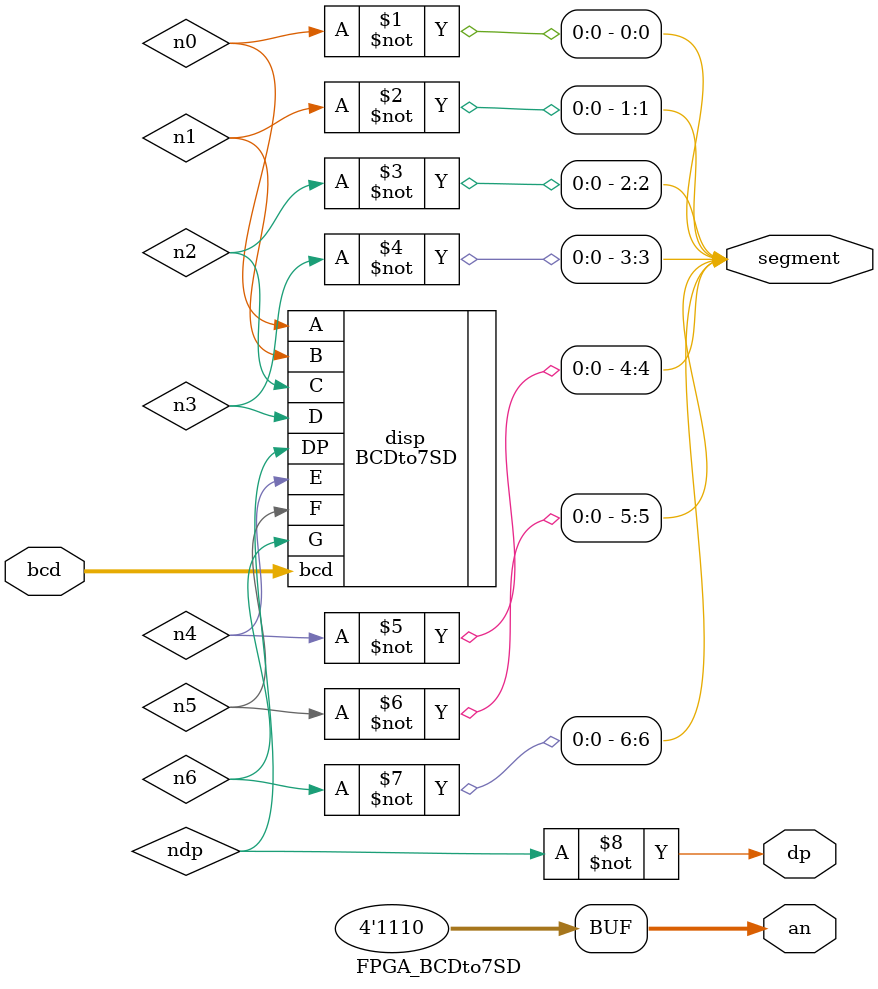
<source format=v>
`timescale 1ns / 1ps

module FPGA_BCDto7SD(
        input [3:0]bcd,
        output [3:0]an,
        output [6:0]segment,
        output dp
        );

    assign an= 4'b1110;
    wire n0,n1,n2,n3,n4,n5,n6,ndp;
    assign segment[0]= ~n0;
    assign segment[1]= ~n1;
    assign segment[2]= ~n2;
    assign segment[3]= ~n3;
    assign segment[4]= ~n4;
    assign segment[5]= ~n5;
    assign segment[6]= ~n6;
    assign dp= ~ndp;

    BCDto7SD disp(
    .bcd(bcd),
    .A(n0),
    .B(n1),
    .C(n2),
    .D(n3),
    .E(n4),
    .F(n5),
    .G(n6),
    .DP(ndp)
    );
    
endmodule

</source>
